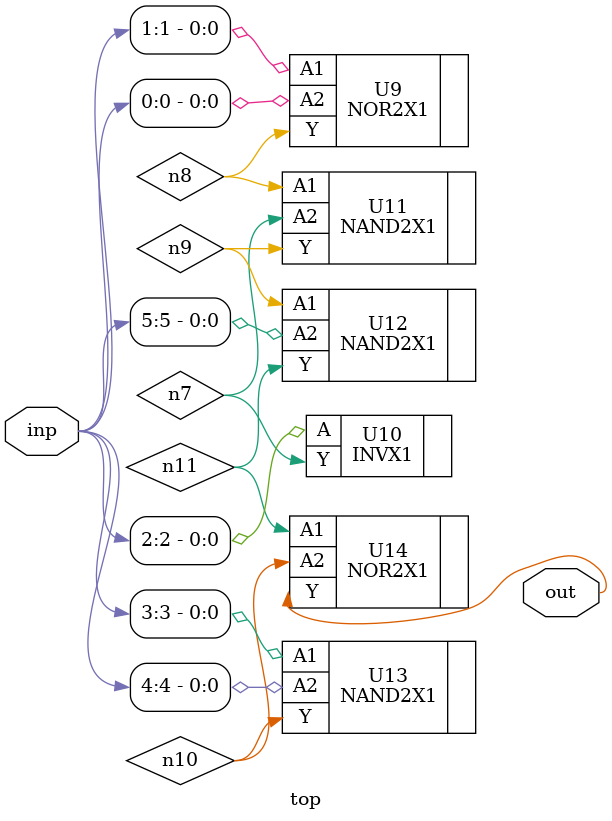
<source format=sv>


module top ( inp, out );
  input [5:0] inp;
  output out;
  wire   n7, n8, n9, n10, n11;

  NOR2X1 U9 ( .A1(inp[1]), .A2(inp[0]), .Y(n8) );
  INVX1 U10 ( .A(inp[2]), .Y(n7) );
  NAND2X1 U11 ( .A1(n8), .A2(n7), .Y(n9) );
  NAND2X1 U12 ( .A1(n9), .A2(inp[5]), .Y(n11) );
  NAND2X1 U13 ( .A1(inp[3]), .A2(inp[4]), .Y(n10) );
  NOR2X1 U14 ( .A1(n11), .A2(n10), .Y(out) );
endmodule


</source>
